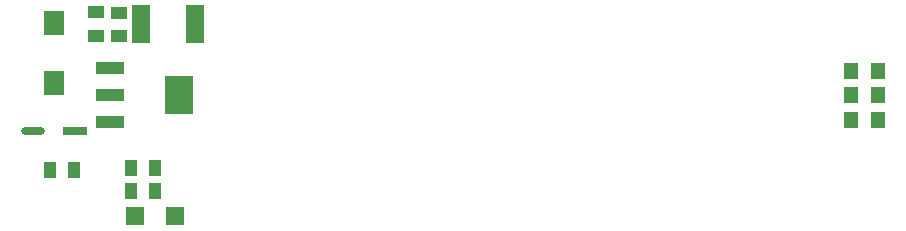
<source format=gbp>
G04*
G04 #@! TF.GenerationSoftware,Altium Limited,Altium Designer,23.0.1 (38)*
G04*
G04 Layer_Color=128*
%FSLAX25Y25*%
%MOIN*%
G70*
G04*
G04 #@! TF.SameCoordinates,CBCD5F51-024F-4456-99E9-F8A3691CA7AB*
G04*
G04*
G04 #@! TF.FilePolarity,Positive*
G04*
G01*
G75*
%ADD18R,0.05000X0.05500*%
%ADD48R,0.05500X0.04331*%
%ADD49R,0.09449X0.03937*%
%ADD50R,0.09449X0.12992*%
%ADD51R,0.06000X0.06000*%
%ADD52R,0.04331X0.05500*%
%ADD53O,0.07874X0.02756*%
%ADD54R,0.07874X0.02756*%
%ADD55R,0.06693X0.07874*%
%ADD56R,0.05906X0.12992*%
D18*
X610000Y299500D02*
D03*
X601000D02*
D03*
X610000Y308000D02*
D03*
X601000D02*
D03*
Y316000D02*
D03*
X610000D02*
D03*
D48*
X357122Y327564D02*
D03*
Y335437D02*
D03*
X349621Y327626D02*
D03*
Y335500D02*
D03*
D49*
X354204Y298945D02*
D03*
Y317055D02*
D03*
Y308000D02*
D03*
D50*
X377038D02*
D03*
D51*
X375912Y267500D02*
D03*
X362330D02*
D03*
D52*
X369057Y276001D02*
D03*
X361184D02*
D03*
X369057Y283501D02*
D03*
X361184D02*
D03*
X334185Y282999D02*
D03*
X342058D02*
D03*
D53*
X328621Y296000D02*
D03*
D54*
X342621D02*
D03*
D55*
X335621Y311984D02*
D03*
Y332016D02*
D03*
D56*
X382479Y331500D02*
D03*
X364621D02*
D03*
M02*

</source>
